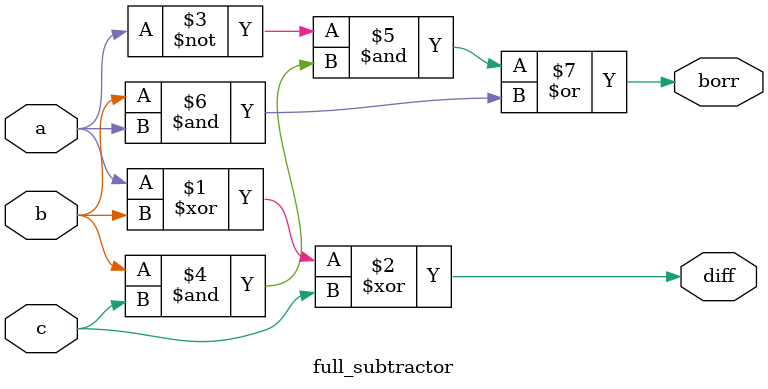
<source format=v>
`timescale 1ns / 1ps
module full_subtractor(input a,b,c, output diff,borr
    );
assign diff=a^b^c;
assign borr=~a&(b&c)|(b&a);

endmodule

</source>
